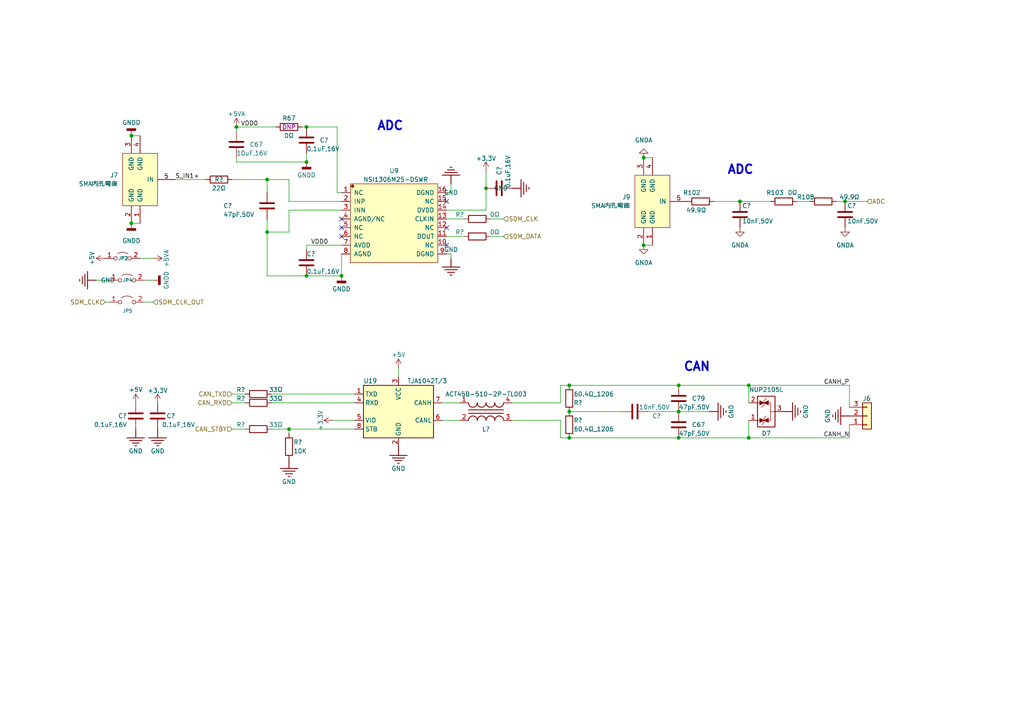
<source format=kicad_sch>
(kicad_sch (version 20230121) (generator eeschema)
  (paper "A4")
  (title_block (title "HPM5E00EVK") (rev "RevB") (comment 1 "ADC_CAN"))
  (lib_symbols
    (symbol "00_HPM_power:+3.3V" (power) (pin_names (offset 0))
      (property "Value" "+3.3V" (at 0 3.556 0))
      (symbol "+3.3V_0_1"
        (polyline (pts (xy -0.762 1.27) (xy 0 2.54)))
        (polyline (pts (xy 0 0) (xy 0 2.54)))
        (polyline (pts (xy 0 2.54) (xy 0.762 1.27)))
      )
      (symbol "+3.3V_1_1"
        (pin power_in line (at 0 0 90) (length 0) hide (name "+3.3V") (number "1"))
      )
    )
    (symbol "00_HPM_power:+5V" (power) (pin_names (offset 0))
      (property "Value" "+5V" (at 0 3.556 0))
      (symbol "+5V_0_1"
        (polyline (pts (xy -0.762 1.27) (xy 0 2.54)))
        (polyline (pts (xy 0 0) (xy 0 2.54)))
        (polyline (pts (xy 0 2.54) (xy 0.762 1.27)))
      )
      (symbol "+5V_1_1"
        (pin power_in line (at 0 0 90) (length 0) hide (name "+5V") (number "1"))
      )
    )
    (symbol "00_HPM_power:+5VA" (power) (pin_names (offset 0))
      (property "Value" "+5VA" (at 0 3.556 0))
      (symbol "+5VA_0_1"
        (polyline (pts (xy -0.762 1.27) (xy 0 2.54)))
        (polyline (pts (xy 0 0) (xy 0 2.54)))
        (polyline (pts (xy 0 2.54) (xy 0.762 1.27)))
      )
      (symbol "+5VA_1_1"
        (pin power_in line (at 0 0 90) (length 0) hide (name "+5VA") (number "1"))
      )
    )
    (symbol "00_HPM_power:GND" (power)
      (property "Value" "GND" (at 0 -6.35 0))
      (symbol "GND_0_0"
        (polyline (pts (xy -2.54 -2.54) (xy 2.54 -2.54)) (stroke (width 0.254)))
        (polyline (pts (xy -1.778 -3.302) (xy 1.778 -3.302)) (stroke (width 0.254)))
        (polyline (pts (xy -1.016 -4.064) (xy 1.016 -4.064)) (stroke (width 0.254)))
        (polyline (pts (xy -0.254 -4.826) (xy 0.254 -4.826)) (stroke (width 0.254)))
        (polyline (pts (xy 0 0) (xy 0 -2.54)) (stroke (width 0.254)))
        (pin power_in line (at 0 0 0) (length 0) hide (name "GND") (number ""))
      )
    )
    (symbol "00_HPM_power:GNDA" (power) (pin_names (offset 0))
      (property "Value" "GNDA" (at 0 -3.81 0))
      (symbol "GNDA_0_1"
        (polyline (pts (xy 0 0) (xy 0 -1.27) (xy 1.27 -1.27) (xy 0 -2.54) (xy -1.27 -1.27) (xy 0 -1.27)))
      )
      (symbol "GNDA_1_1"
        (pin power_in line (at 0 0 270) (length 0) hide (name "GNDA") (number "1"))
      )
    )
    (symbol "00_HPM_power:GNDD" (power) (pin_names (offset 0))
      (property "Value" "GNDD" (at 0 -3.175 0))
      (symbol "GNDD_0_1"
        (rectangle (start -1.27 -1.524) (end 1.27 -2.032) (stroke (width 0.254)) (fill (type outline)))
        (polyline (pts (xy 0 0) (xy 0 -1.524)))
      )
      (symbol "GNDD_1_1"
        (pin power_in line (at 0 0 270) (length 0) hide (name "GNDD") (number "1"))
      )
    )
    (symbol "01-HPM-Peripheral:Jumper_2" (pin_names (offset 0) hide)
      (property "Reference" "JP1" (at 0 0 90))
      (symbol "Jumper_2_0_0"
        (circle (center -2.032 0) (radius 0.508))
        (circle (center 2.032 0) (radius 0.508))
      )
      (symbol "Jumper_2_0_1"
        (arc (start 1.524 1.27) (mid 0 1.778) (end -1.524 1.27))
      )
      (symbol "Jumper_2_1_1"
        (pin passive line (at -5.08 0 0) (length 2.54) (name "A") (number "1"))
        (pin passive line (at 5.08 0 180) (length 2.54) (name "B") (number "2"))
      )
    )
    (symbol "02_HPM_Resistor:0Ω_0402" (pin_numbers hide) (pin_names (offset 0))
      (property "Reference" "R" (at 0 5.08 0))
      (property "Value" "0Ω" (at 0 8.89 0))
      (symbol "0Ω_0402_0_1"
        (rectangle (start 2.54 -1.016) (end -2.54 1.016) (stroke (width 0.254)))
      )
      (symbol "0Ω_0402_1_1"
        (pin passive line (at -3.81 0 0) (length 1.27) (name "~") (number "1"))
        (pin passive line (at 3.81 0 180) (length 1.27) (name "~") (number "2"))
      )
    )
    (symbol "02_HPM_Resistor:0Ω_0603" (pin_numbers hide) (pin_names (offset 0))
      (property "Reference" "R" (at 0 5.08 0))
      (property "Value" "0Ω" (at 1.27 7.62 0))
      (symbol "0Ω_0603_0_1"
        (rectangle (start 2.54 -1.016) (end -2.54 1.016) (stroke (width 0.254)))
      )
      (symbol "0Ω_0603_1_1"
        (pin passive line (at -3.81 0 0) (length 1.27) (name "~") (number "1"))
        (pin passive line (at 3.81 0 180) (length 1.27) (name "~") (number "2"))
      )
    )
    (symbol "02_HPM_Resistor:10K_0402" (pin_numbers hide) (pin_names (offset 0))
      (property "Reference" "R" (at 0 3.81 0))
      (property "Value" "10K" (at 0 6.35 0))
      (symbol "10K_0402_0_1"
        (rectangle (start 2.54 -1.016) (end -2.54 1.016) (stroke (width 0.254)))
      )
      (symbol "10K_0402_1_1"
        (pin passive line (at -3.81 0 0) (length 1.27) (name "~") (number "1"))
        (pin passive line (at 3.81 0 180) (length 1.27) (name "~") (number "2"))
      )
    )
    (symbol "02_HPM_Resistor:22Ω_0402" (pin_numbers hide) (pin_names (offset 0))
      (property "Reference" "R" (at 0 3.81 0))
      (property "Value" "22Ω" (at 0 6.35 0))
      (symbol "22Ω_0402_0_1"
        (rectangle (start 2.54 -1.016) (end -2.54 1.016) (stroke (width 0.254)))
      )
      (symbol "22Ω_0402_1_1"
        (pin passive line (at -3.81 0 0) (length 1.27) (name "~") (number "1"))
        (pin passive line (at 3.81 0 180) (length 1.27) (name "~") (number "2"))
      )
    )
    (symbol "02_HPM_Resistor:33Ω_0402" (pin_numbers hide) (pin_names (offset 0))
      (property "Reference" "R" (at 0 3.81 0))
      (property "Value" "33Ω" (at 0 6.35 0))
      (symbol "33Ω_0402_0_1"
        (rectangle (start 2.54 -1.016) (end -2.54 1.016) (stroke (width 0.254)))
      )
      (symbol "33Ω_0402_1_1"
        (pin passive line (at -3.81 0 0) (length 1.27) (name "~") (number "1"))
        (pin passive line (at 3.81 0 180) (length 1.27) (name "~") (number "2"))
      )
    )
    (symbol "02_HPM_Resistor:49.9Ω_0402" (pin_numbers hide) (pin_names (offset 0))
      (property "Reference" "R" (at 0 5.08 0))
      (property "Value" "49.9Ω" (at 0 8.89 0))
      (symbol "49.9Ω_0402_0_1"
        (rectangle (start -2.54 1.016) (end 2.54 -1.016) (stroke (width 0.254)))
      )
      (symbol "49.9Ω_0402_1_1"
        (pin passive line (at -3.81 0 0) (length 1.27) (name "~") (number "1"))
        (pin passive line (at 3.81 0 180) (length 1.27) (name "~") (number "2"))
      )
    )
    (symbol "02_HPM_Resistor:60.4Ω_1206" (pin_numbers hide) (pin_names (offset 0))
      (property "Reference" "R" (at 0 2.54 0))
      (property "Value" "60.4Ω" (at -5.08 6.35 0))
      (symbol "60.4Ω_1206_0_1"
        (rectangle (start 2.54 -1.016) (end -2.54 1.016) (stroke (width 0.254)))
      )
      (symbol "60.4Ω_1206_1_1"
        (pin passive line (at -3.81 0 0) (length 1.27) (name "~") (number "1"))
        (pin passive line (at 3.81 0 180) (length 1.27) (name "~") (number "2"))
      )
    )
    (symbol "03_HPM_Capacitance:0.1uF,16V_0402" (pin_numbers hide) (pin_names (offset 0.254))
      (property "Reference" "C" (at -1.27 10.16 0))
      (property "Value" "0.1uF,16V" (at -5.08 12.7 0))
      (symbol "0.1uF,16V_0402_0_1"
        (polyline (pts (xy -2.032 -0.762) (xy 2.032 -0.762)) (stroke (width 0.508)))
        (polyline (pts (xy -2.032 0.762) (xy 2.032 0.762)) (stroke (width 0.508)))
      )
      (symbol "0.1uF,16V_0402_1_1"
        (pin passive line (at 0 3.81 270) (length 2.794) (name "~") (number "1"))
        (pin passive line (at 0 -3.81 90) (length 2.794) (name "~") (number "2"))
      )
    )
    (symbol "03_HPM_Capacitance:10nF,50V_0402" (pin_numbers hide) (pin_names (offset 0.254))
      (property "Reference" "C" (at -3.81 13.97 0))
      (property "Value" "10nF,50V" (at -3.81 8.89 0))
      (symbol "10nF,50V_0402_0_1"
        (polyline (pts (xy -2.032 -0.762) (xy 2.032 -0.762)) (stroke (width 0.508)))
        (polyline (pts (xy -2.032 0.762) (xy 2.032 0.762)) (stroke (width 0.508)))
      )
      (symbol "10nF,50V_0402_1_1"
        (pin passive line (at 0 3.81 270) (length 2.794) (name "~") (number "1"))
        (pin passive line (at 0 -3.81 90) (length 2.794) (name "~") (number "2"))
      )
    )
    (symbol "03_HPM_Capacitance:10uF,16V_0603" (pin_numbers hide) (pin_names (offset 0.254))
      (property "Reference" "C" (at 0.635 2.54 0))
      (property "Value" "10uF,16V" (at 0.635 -2.54 0))
      (symbol "10uF,16V_0603_0_1"
        (polyline (pts (xy -2.032 -0.762) (xy 2.032 -0.762)) (stroke (width 0.508)))
        (polyline (pts (xy -2.032 0.762) (xy 2.032 0.762)) (stroke (width 0.508)))
      )
      (symbol "10uF,16V_0603_1_1"
        (pin passive line (at 0 3.81 270) (length 2.794) (name "~") (number "1"))
        (pin passive line (at 0 -3.81 90) (length 2.794) (name "~") (number "2"))
      )
    )
    (symbol "03_HPM_Capacitance:47pF,50V_0402" (pin_numbers hide) (pin_names (offset 0.254))
      (property "Reference" "C" (at 0 2.54 0))
      (property "Value" "47pF,50V" (at 0 -2.54 0))
      (symbol "47pF,50V_0402_0_1"
        (polyline (pts (xy -2.032 -0.762) (xy 2.032 -0.762)) (stroke (width 0.508)))
        (polyline (pts (xy -2.032 0.762) (xy 2.032 0.762)) (stroke (width 0.508)))
      )
      (symbol "47pF,50V_0402_1_1"
        (pin passive line (at 0 3.81 270) (length 2.794) (name "~") (number "1"))
        (pin passive line (at 0 -3.81 90) (length 2.794) (name "~") (number "2"))
      )
    )
    (symbol "05_HPM_Connector_KF2EDGR:KF2EDGR_3.81_3P" (pin_names (offset 1.016) hide)
      (property "Reference" "J" (at -1.27 1.27 0))
      (symbol "KF2EDGR_3.81_3P_1_1"
        (rectangle (start 0 -6.223) (end 1.27 -6.477) (stroke (width 0.1524)))
        (rectangle (start 0 -3.683) (end 1.27 -3.937) (stroke (width 0.1524)))
        (rectangle (start 0 -1.143) (end 1.27 -1.397) (stroke (width 0.1524)))
        (rectangle (start 0 0) (end 2.54 -7.62) (stroke (width 0.254)) (fill (type background)))
        (pin passive line (at -3.81 -1.27 0) (length 3.81) (name "Pin_1") (number "1"))
        (pin passive line (at -3.81 -3.81 0) (length 3.81) (name "Pin_2") (number "2"))
        (pin passive line (at -3.81 -6.35 0) (length 3.81) (name "Pin_3") (number "3"))
      )
    )
    (symbol "05_HPM_Connector_Other:SMA内孔弯座" (pin_names (offset 1.016))
      (property "Reference" "J" (at 3.81 6.35 0))
      (property "Value" "SMA内孔弯座" (at 5.08 -6.35 0))
      (symbol "SMA内孔弯座_1_1"
        (rectangle (start -7.62 -5.08) (end 7.62 5.08) (fill (type background)))
        (pin input line (at -12.7 0 0) (length 5.08) (name "GND") (number "1"))
        (pin input line (at -12.7 2.54 0) (length 5.08) (name "GND") (number "2"))
        (pin input line (at 12.7 2.54 180) (length 5.08) (name "GND") (number "3"))
        (pin input line (at 12.7 0 180) (length 5.08) (name "GND") (number "4"))
        (pin input line (at 0 -10.16 90) (length 5.08) (name "IN") (number "5"))
      )
    )
    (symbol "06_HPM_Function_IC:NSI1306M25-DSWR" (pin_names (offset 1.016))
      (property "Reference" "U" (at 0 15.875 0))
      (property "Value" " NSI1306M25-DSWR" (at 0 13.335 0))
      (symbol "NSI1306M25-DSWR_1_1"
        (rectangle (start -12.7 11.43) (end 12.7 -11.43) (stroke (width 0.1524)) (fill (type background)))
        (circle (center -12.065 10.795) (radius 0.381) (stroke (width 0.1524)) (fill (type outline)))
        (pin input line (at -15.24 8.89 0) (length 2.54) (name "NC") (number "1"))
        (pin input line (at 15.24 -6.35 180) (length 2.54) (name "NC") (number "10"))
        (pin input line (at 15.24 -3.81 180) (length 2.54) (name "DOUT") (number "11"))
        (pin input line (at 15.24 -1.27 180) (length 2.54) (name "NC") (number "12"))
        (pin input line (at 15.24 1.27 180) (length 2.54) (name "CLKIN") (number "13"))
        (pin input line (at 15.24 3.81 180) (length 2.54) (name "DVDD") (number "14"))
        (pin input line (at 15.24 6.35 180) (length 2.54) (name "NC") (number "15"))
        (pin input line (at 15.24 8.89 180) (length 2.54) (name "DGND") (number "16"))
        (pin input line (at -15.24 6.35 0) (length 2.54) (name "INP") (number "2"))
        (pin input line (at -15.24 3.81 0) (length 2.54) (name "INN") (number "3"))
        (pin input line (at -15.24 1.27 0) (length 2.54) (name "AGND/NC") (number "4"))
        (pin input line (at -15.24 -1.27 0) (length 2.54) (name "NC") (number "5"))
        (pin input line (at -15.24 -3.81 0) (length 2.54) (name "NC") (number "6"))
        (pin input line (at -15.24 -6.35 0) (length 2.54) (name "AVDD") (number "7"))
        (pin input line (at -15.24 -8.89 0) (length 2.54) (name "AGND") (number "8"))
        (pin input line (at 15.24 -8.89 180) (length 2.54) (name "DGND") (number "9"))
      )
    )
    (symbol "06_HPM_Function_IC:TJA1042T/3"
      (property "Reference" "U" (at -10.16 8.89 0))
      (property "Value" "TJA1042T{slash}3" (at 1.27 -8.89 0))
      (symbol "TJA1042T/3_0_1"
        (rectangle (start -10.16 7.62) (end 10.16 -7.62) (stroke (width 0.254)) (fill (type background)))
      )
      (symbol "TJA1042T/3_1_1"
        (pin input line (at -12.7 5.08 0) (length 2.54) (name "TXD") (number "1"))
        (pin power_in line (at 0 -10.16 90) (length 2.54) (name "GND") (number "2"))
        (pin power_in line (at 0 10.16 270) (length 2.54) (name "VCC") (number "3"))
        (pin output line (at -12.7 2.54 0) (length 2.54) (name "RXD") (number "4"))
        (pin power_in line (at -12.7 -2.54 0) (length 2.54) (name "VIO") (number "5"))
        (pin bidirectional line (at 12.7 -2.54 180) (length 2.54) (name "CANL") (number "6"))
        (pin bidirectional line (at 12.7 2.54 180) (length 2.54) (name "CANH") (number "7"))
        (pin input line (at -12.7 -5.08 0) (length 2.54) (name "STB") (number "8"))
      )
    )
    (symbol "07_HPM_Inductance:ACT45B-510-2P-TL003"
      (property "Reference" "L" (at 8.89 -1.27 0))
      (property "Value" "ACT45B-510-2P-TL003" (at 8.89 -9.525 0))
      (symbol "ACT45B-510-2P-TL003_1_0"
        (polyline (pts (xy 3.81 -5.588) (xy 13.97 -5.588)) (stroke (width 0.254)))
        (polyline (pts (xy 3.81 -4.572) (xy 13.97 -4.572)) (stroke (width 0.254)))
        (arc (start 3.81 -2.54) (mid 5.08 -3.8045) (end 6.35 -2.54) (stroke (width 0.254)))
        (arc (start 6.35 -7.62) (mid 5.08 -6.3555) (end 3.81 -7.62) (stroke (width 0.254)))
        (arc (start 6.35 -2.54) (mid 7.62 -3.8045) (end 8.89 -2.54) (stroke (width 0.254)))
        (arc (start 8.89 -7.62) (mid 7.62 -6.3555) (end 6.35 -7.62) (stroke (width 0.254)))
        (arc (start 8.89 -2.54) (mid 10.16 -3.8045) (end 11.43 -2.54) (stroke (width 0.254)))
        (arc (start 11.43 -7.62) (mid 10.16 -6.3555) (end 8.89 -7.62) (stroke (width 0.254)))
        (arc (start 11.43 -2.54) (mid 12.7 -3.8045) (end 13.97 -2.54) (stroke (width 0.254)))
        (arc (start 13.97 -7.62) (mid 12.7 -6.3555) (end 11.43 -7.62) (stroke (width 0.254)))
        (pin passive line (at 1.27 -7.62 0) (length 2.54) (name "") (number "1"))
        (pin passive line (at 1.27 -2.54 0) (length 2.54) (name "2") (number "2"))
        (pin passive line (at 16.51 -2.54 180) (length 2.54) (name "") (number "3"))
        (pin passive line (at 16.51 -7.62 180) (length 2.54) (name "4") (number "4"))
      )
    )
    (symbol "NUP2105L_1" (pin_names hide)
      (property "Reference" "D" (at 0 10.16 0))
      (property "Value" "NUP2105L" (at 0 12.7 0))
      (symbol "NUP2105L_1_0_0"
        (pin passive line (at 0 -5.08 90) (length 2.54) (name "A") (number "3"))
      )
      (symbol "NUP2105L_1_0_1"
        (polyline (pts (xy -2.54 2.54) (xy -2.54 0.635)))
        (polyline (pts (xy 0 -1.27) (xy 0 -2.54)))
        (polyline (pts (xy 2.54 2.54) (xy 2.54 0.635)))
        (polyline (pts (xy -3.81 1.27) (xy -3.175 0.635) (xy -1.905 0.635) (xy -1.27 0)))
        (polyline (pts (xy -2.54 0.635) (xy -2.54 -1.27) (xy 2.54 -1.27) (xy 2.54 0.635)))
        (polyline (pts (xy 1.27 1.27) (xy 1.905 0.635) (xy 2.54 0.635) (xy 3.175 0.635) (xy 3.81 0)))
      )
      (symbol "NUP2105L_1_1_1"
        (rectangle (start -4.445 2.54) (end 4.445 -2.54) (stroke (width 0.254)))
        (polyline (pts (xy -2.54 0.635) (xy -1.905 -0.635) (xy -3.175 -0.635) (xy -2.54 0.635)) (fill (type color) (color 132 0 0 1)))
        (polyline (pts (xy 2.54 0.635) (xy 1.905 -0.635) (xy 3.175 -0.635) (xy 2.54 0.635)) (fill (type color) (color 132 0 0 1)))
        (polyline (pts (xy 2.54 0.635) (xy 3.175 1.905) (xy 1.905 1.905) (xy 2.54 0.635)) (fill (type color) (color 132 0 0 1)))
        (polyline (pts (xy -2.54 0.635) (xy -3.175 1.905) (xy -1.905 1.905) (xy -2.54 0.635) (xy -2.54 1.27)) (fill (type color) (color 132 0 0 1)))
        (pin passive line (at -2.54 5.08 270) (length 2.54) (name "K") (number "1"))
        (pin passive line (at 2.54 5.08 270) (length 2.54) (name "K") (number "2"))
      )
    )
  )
  (junction (at 99.06 80.01))
  (junction (at 77.47 67.31))
  (junction (at 245.11 58.42))
  (junction (at 217.17 127))
  (junction (at 88.9 36.83))
  (junction (at 217.17 111.76))
  (junction (at 83.82 124.46))
  (junction (at 196.85 127))
  (junction (at 165.1 111.76))
  (junction (at 77.47 52.07))
  (junction (at 214.63 58.42))
  (junction (at 165.1 127))
  (junction (at 140.97 54.61))
  (junction (at 165.1 119.38))
  (junction (at 38.1 64.77))
  (junction (at 38.1 39.37))
  (junction (at 196.85 111.76))
  (junction (at 88.9 80.01))
  (junction (at 88.9 46.99))
  (junction (at 68.58 36.83))
  (junction (at 186.69 45.72))
  (junction (at 186.69 71.12))
  (junction (at 196.85 119.38))
  (no_connect (at 99.06 63.5))
  (no_connect (at 129.54 58.42))
  (no_connect (at 129.54 71.12))
  (no_connect (at 99.06 68.58))
  (no_connect (at 99.06 66.04))
  (no_connect (at 129.54 66.04))
  (wire (pts (xy 88.9 46.99) (xy 88.9 44.45)))
  (wire (pts (xy 129.54 60.96) (xy 140.97 60.96)))
  (wire (pts (xy 38.1 39.37) (xy 40.64 39.37)))
  (wire (pts (xy 129.54 63.5) (xy 134.62 63.5)))
  (wire (pts (xy 162.56 127) (xy 165.1 127)))
  (wire (pts (xy 186.69 71.12) (xy 189.23 71.12)))
  (wire (pts (xy 77.47 52.07) (xy 83.82 52.07)))
  (wire (pts (xy 99.06 73.66) (xy 99.06 80.01)))
  (wire (pts (xy 133.35 116.84) (xy 128.27 116.84)))
  (wire (pts (xy 180.34 119.38) (xy 165.1 119.38)))
  (wire (pts (xy 186.69 45.72) (xy 189.23 45.72)))
  (wire (pts (xy 88.9 71.12) (xy 99.06 71.12)))
  (wire (pts (xy 217.17 111.76) (xy 246.38 111.76)))
  (wire (pts (xy 217.17 127) (xy 246.38 127)))
  (wire (pts (xy 88.9 80.01) (xy 99.06 80.01)))
  (wire (pts (xy 162.56 111.76) (xy 165.1 111.76)))
  (wire (pts (xy 88.9 72.39) (xy 88.9 71.12)))
  (wire (pts (xy 87.63 36.83) (xy 88.9 36.83)))
  (wire (pts (xy 217.17 127) (xy 217.17 121.92)))
  (wire (pts (xy 41.91 81.28) (xy 44.45 81.28)))
  (wire (pts (xy 129.54 73.66) (xy 130.81 73.66)))
  (wire (pts (xy 77.47 80.01) (xy 88.9 80.01)))
  (wire (pts (xy 40.64 74.93) (xy 44.45 74.93)))
  (wire (pts (xy 214.63 58.42) (xy 207.01 58.42)))
  (wire (pts (xy 133.35 121.92) (xy 128.27 121.92)))
  (wire (pts (xy 67.31 114.3) (xy 71.12 114.3)))
  (wire (pts (xy 88.9 36.83) (xy 97.79 36.83)))
  (wire (pts (xy 246.38 118.11) (xy 246.38 111.76)))
  (wire (pts (xy 130.81 73.66) (xy 130.81 74.93)))
  (wire (pts (xy 30.48 87.63) (xy 31.75 87.63)))
  (wire (pts (xy 97.79 55.88) (xy 97.79 36.83)))
  (wire (pts (xy 217.17 111.76) (xy 217.17 116.84)))
  (wire (pts (xy 242.57 58.42) (xy 245.11 58.42)))
  (wire (pts (xy 99.06 60.96) (xy 83.82 60.96)))
  (wire (pts (xy 196.85 111.76) (xy 217.17 111.76)))
  (wire (pts (xy 129.54 55.88) (xy 130.81 55.88)))
  (wire (pts (xy 115.57 106.68) (xy 115.57 109.22)))
  (wire (pts (xy 129.54 68.58) (xy 134.62 68.58)))
  (wire (pts (xy 246.38 123.19) (xy 246.38 127)))
  (wire (pts (xy 67.31 116.84) (xy 71.12 116.84)))
  (wire (pts (xy 231.14 58.42) (xy 234.95 58.42)))
  (wire (pts (xy 68.58 45.72) (xy 68.58 46.99)))
  (wire (pts (xy 142.24 68.58) (xy 146.05 68.58)))
  (wire (pts (xy 245.11 58.42) (xy 251.46 58.42)))
  (wire (pts (xy 196.85 119.38) (xy 205.74 119.38)))
  (wire (pts (xy 162.56 121.92) (xy 162.56 127)))
  (wire (pts (xy 27.94 81.28) (xy 31.75 81.28)))
  (wire (pts (xy 83.82 124.46) (xy 102.87 124.46)))
  (wire (pts (xy 77.47 63.5) (xy 77.47 67.31)))
  (wire (pts (xy 68.58 36.83) (xy 68.58 38.1)))
  (wire (pts (xy 78.74 116.84) (xy 102.87 116.84)))
  (wire (pts (xy 140.97 54.61) (xy 140.97 60.96)))
  (wire (pts (xy 83.82 124.46) (xy 83.82 125.73)))
  (wire (pts (xy 162.56 116.84) (xy 162.56 111.76)))
  (wire (pts (xy 38.1 64.77) (xy 40.64 64.77)))
  (wire (pts (xy 50.8 52.07) (xy 59.69 52.07)))
  (wire (pts (xy 68.58 36.83) (xy 80.01 36.83)))
  (wire (pts (xy 67.31 124.46) (xy 71.12 124.46)))
  (wire (pts (xy 148.59 116.84) (xy 162.56 116.84)))
  (wire (pts (xy 140.97 49.53) (xy 140.97 54.61)))
  (wire (pts (xy 148.59 121.92) (xy 162.56 121.92)))
  (wire (pts (xy 68.58 46.99) (xy 88.9 46.99)))
  (wire (pts (xy 165.1 127) (xy 196.85 127)))
  (wire (pts (xy 214.63 58.42) (xy 223.52 58.42)))
  (wire (pts (xy 77.47 52.07) (xy 77.47 55.88)))
  (wire (pts (xy 187.96 119.38) (xy 196.85 119.38)))
  (wire (pts (xy 78.74 124.46) (xy 83.82 124.46)))
  (wire (pts (xy 78.74 114.3) (xy 102.87 114.3)))
  (wire (pts (xy 196.85 127) (xy 217.17 127)))
  (wire (pts (xy 77.47 67.31) (xy 83.82 67.31)))
  (wire (pts (xy 77.47 67.31) (xy 77.47 80.01)))
  (wire (pts (xy 130.81 55.88) (xy 130.81 53.34)))
  (wire (pts (xy 44.45 87.63) (xy 41.91 87.63)))
  (wire (pts (xy 165.1 111.76) (xy 196.85 111.76)))
  (wire (pts (xy 83.82 60.96) (xy 83.82 67.31)))
  (wire (pts (xy 142.24 63.5) (xy 146.05 63.5)))
  (wire (pts (xy 99.06 55.88) (xy 97.79 55.88)))
  (wire (pts (xy 77.47 52.07) (xy 67.31 52.07)))
  (wire (pts (xy 99.06 58.42) (xy 83.82 58.42)))
  (wire (pts (xy 96.52 121.92) (xy 102.87 121.92)))
  (wire (pts (xy 83.82 58.42) (xy 83.82 52.07)))
  (text "ADC" (at 210.82 50.8 0) (effects (font (size 2.54 2.54) (thickness 0.508) bold) (justify left bottom)))
  (text "CAN" (at 198.12 107.95 0) (effects (font (size 2.54 2.54) (thickness 0.508) bold) (justify left bottom)))
  (text "ADC" (at 109.22 38.1 0) (effects (font (size 2.54 2.54) (thickness 0.508) bold) (justify left bottom)))
  (label "CANH_N" (at 246.38 127 180))
  (label "VDD0" (at 69.85 36.83 0))
  (label "S_IN1+" (at 50.8 52.07 0))
  (label "VDD0" (at 90.17 71.12 0))
  (label "CANH_P" (at 246.38 111.76 180))
  (hierarchical_label "SDM_DATA" (shape input) (at 146.05 68.58 0))
  (hierarchical_label "ADC" (shape input) (at 251.46 58.42 0))
  (hierarchical_label "SDM_CLK" (shape input) (at 146.05 63.5 0))
  (hierarchical_label "SDM_CLK" (shape input) (at 30.48 87.63 180))
  (hierarchical_label "SDM_CLK_OUT" (shape input) (at 44.45 87.63 0))
  (hierarchical_label "CAN_RXD" (shape input) (at 67.31 116.84 180))
  (hierarchical_label "CAN_TXD" (shape input) (at 67.31 114.3 180))
  (hierarchical_label "CAN_STBY" (shape input) (at 67.31 124.46 180))
  (symbol (lib_id "00_HPM_power:GNDD") (at 99.06 80.01 0) (unit 1)
    (property "Reference" "#PWR0104" (effects hide))
    (property "Value" "GNDD" (at 99.06 83.82 0))
    (instances (project "HPM5E00EVKRevC" (path "" (reference "#PWR0104") (unit 1)) (path "" (reference "#PWR093") (unit 1))))
  )
  (symbol (lib_id "00_HPM_power:GND") (at 45.72 124.46 0) (unit 1)
    (property "Reference" "#PWR?" (effects hide))
    (property "Value" "GND" (at 45.72 130.81 0))
    (instances (project "HPM5300-COMM" (path "" (reference "#PWR?") (unit 1))) (project "HPM5E00EVKRevC" (path "" (reference "#PWR0235") (unit 1)) (path "" (reference "#PWR0287") (unit 1)) (path "" (reference "#PWR085") (unit 1)) (path "" (reference "#PWR0132") (unit 1))) (project "HPM5300 EVK REVC" (path "" (reference "#PWR?") (unit 1))))
  )
  (symbol (lib_id "03_HPM_Capacitance:0.1uF,16V_0402") (at 45.72 120.65 0) (unit 1)
    (property "Reference" "C?" (at 48.26 120.65 0) (effects (justify left)))
    (property "Value" "0.1uF,16V" (at 46.99 123.19 0) (effects (justify left)))
    (property "Footprint" "03_HPM_Capacitance:C_0402_1005Metric" (effects hide))
    (property "Model" "CL05B104KO5NNNC" (effects hide))
    (property "Company" "SAMSUNG(三星)" (effects hide))
    (instances (project "HPM5300-COMM" (path "" (reference "C?") (unit 1))) (project "HPM5E00EVKRevC" (path "" (reference "C172") (unit 1)) (path "" (reference "C181") (unit 1)) (path "" (reference "C56") (unit 1)) (path "" (reference "C95") (unit 1))) (project "HPM5300 EVK REVC" (path "" (reference "C?") (unit 1))))
  )
  (symbol (lib_id "03_HPM_Capacitance:0.1uF,16V_0402") (at 88.9 76.2 0) (unit 1)
    (property "Reference" "C?" (at 88.9 73.66 0) (effects (justify left)))
    (property "Value" "0.1uF,16V" (at 88.9 78.74 0) (effects (justify left)))
    (property "Footprint" "03_HPM_Capacitance:C_0402_1005Metric" (effects hide))
    (property "Model" "CL05B104KO5NNNC" (effects hide))
    (property "Company" "SAMSUNG(三星)" (effects hide))
    (instances (project "HPM6600 SKT Board BGA289_BDIF_BASIC REVA" (path "" (reference "C?") (unit 1))) (project "HPM5E00EVKRevC" (path "" (reference "C87") (unit 1)) (path "" (reference "C59") (unit 1))))
  )
  (symbol (lib_id "06_HPM_Function_IC:TJA1042T/3") (at 115.57 119.38 0) (unit 1)
    (property "Reference" "U19" (at 105.41 110.49 0) (effects (justify left)))
    (property "Value" "TJA1042T/3" (at 118.11 110.49 0) (effects (justify left)))
    (property "Footprint" "06_HPM_SO:SOIC-8" (effects hide))
    (property "Model" "TJA1042T/3" (effects hide))
    (property "Company" " NXP(恩智浦)" (effects hide))
    (instances (project "HPM5E00EVKRevC" (path "" (reference "U19") (unit 1)) (path "" (reference "U21") (unit 1)) (path "" (reference "U3") (unit 1)) (path "" (reference "U17") (unit 1))))
  )
  (symbol (lib_id "03_HPM_Capacitance:47pF,50V_0402") (at 77.47 59.69 0) (unit 1)
    (property "Reference" "C?" (at 64.77 59.69 0) (effects (justify left)))
    (property "Value" "47pF,50V" (at 64.77 62.23 0) (effects (justify left)))
    (property "Footprint" "03_HPM_Capacitance:C_0402_1005Metric" (effects hide))
    (property "Model" " CC0402JRNPO9BN470" (effects hide))
    (property "Company" "YAGEO(国巨)" (effects hide))
    (instances (project "HPM6600 SKT Board BGA289_BDIF_BASIC REVA" (path "" (reference "C?") (unit 1))) (project "HPM5E00EVKRevC" (path "" (reference "C86") (unit 1)) (path "" (reference "C58") (unit 1))))
  )
  (symbol (lib_id "02_HPM_Resistor:60.4Ω_1206") (at 165.1 115.57 90) (unit 1)
    (property "Reference" "R?" (at 166.37 116.84 90) (effects (justify right)))
    (property "Value" "60.4Ω_1206" (at 166.37 114.3 90) (effects (justify right)))
    (property "Footprint" "02_HPM_Resistor:R_1206_3216Metric" (effects hide))
    (property "Model" "1206W4F604JT5E" (effects hide))
    (property "Company" "UNI-ROYAL(厚声)" (effects hide))
    (instances (project "HPM5300-COMM" (path "" (reference "R?") (unit 1))) (project "HPM5E00EVKRevC" (path "" (reference "R59") (unit 1)) (path "" (reference "R220") (unit 1)) (path "" (reference "R6") (unit 1)) (path "" (reference "R53") (unit 1))) (project "HPM5300 EVK REVC" (path "" (reference "R?") (unit 1))))
  )
  (symbol (lib_id "00_HPM_power:GND") (at 39.37 124.46 0) (unit 1)
    (property "Reference" "#PWR?" (effects hide))
    (property "Value" "GND" (at 39.37 130.81 0))
    (instances (project "HPM5300-COMM" (path "" (reference "#PWR?") (unit 1))) (project "HPM5E00EVKRevC" (path "" (reference "#PWR0240") (unit 1)) (path "" (reference "#PWR0279") (unit 1)) (path "" (reference "#PWR020") (unit 1)) (path "" (reference "#PWR0100") (unit 1))) (project "HPM5300 EVK REVC" (path "" (reference "#PWR?") (unit 1))))
  )
  (symbol (lib_id "00_HPM_power:GND") (at 83.82 133.35 0) (unit 1)
    (property "Reference" "#PWR?" (effects hide))
    (property "Value" "GND" (at 83.82 139.7 0))
    (instances (project "HPM5300-COMM" (path "" (reference "#PWR?") (unit 1))) (project "HPM5E00EVKRevC" (path "" (reference "#PWR0237") (unit 1)) (path "" (reference "#PWR0286") (unit 1)) (path "" (reference "#PWR084") (unit 1)) (path "" (reference "#PWR0150") (unit 1))) (project "HPM5300 EVK REVC" (path "" (reference "#PWR?") (unit 1))))
  )
  (symbol (lib_id "00_HPM_power:GND") (at 246.38 120.65 270) (unit 1)
    (property "Reference" "#PWR0297" (effects hide))
    (property "Value" "GND" (at 240.03 120.65 0))
    (instances (project "HPM5E00EVKRevC" (path "" (reference "#PWR0297") (unit 1)) (path "" (reference "#PWR0282") (unit 1)) (path "" (reference "#PWR080") (unit 1)) (path "" (reference "#PWR0104") (unit 1))) (project "HPM5300 EVK REVC" (path "" (reference "#PWR?") (unit 1))))
  )
  (symbol (lib_id "00_HPM_power:GNDD") (at 38.1 39.37 180) (unit 1)
    (property "Reference" "#PWR069" (effects hide))
    (property "Value" "GNDD" (at 38.1 35.56 0))
    (instances (project "HPM5E00EVKRevC" (path "" (reference "#PWR069") (unit 1)) (path "" (reference "#PWR023") (unit 1))))
  )
  (symbol (lib_id "02_HPM_Resistor:33Ω_0402") (at 74.93 124.46 0) (unit 1)
    (property "Reference" "R?" (at 69.85 123.19 0))
    (property "Value" "33Ω" (at 80.01 123.19 0))
    (property "Footprint" "02_HPM_Resistor:R_0402_1005Metric" (effects hide))
    (property "Model" "0402WGF330JTCE" (effects hide))
    (property "Company" "UNI-ROYAL(厚声)" (effects hide))
    (instances (project "HPM5E00EVKRevC" (path "" (reference "R?") (unit 1)) (path "" (reference "R45") (unit 1)) (path "" (reference "R63") (unit 1)) (path "" (reference "R3") (unit 1)) (path "" (reference "R73") (unit 1))) (project "HPM6880_EVK_RevA" (path "" (reference "R?") (unit 1))))
  )
  (symbol (lib_id "02_HPM_Resistor:60.4Ω_1206") (at 165.1 123.19 90) (unit 1)
    (property "Reference" "R?" (at 166.37 121.92 90) (effects (justify right)))
    (property "Value" "60.4Ω_1206" (at 166.37 124.46 90) (effects (justify right)))
    (property "Footprint" "02_HPM_Resistor:R_1206_3216Metric" (effects hide))
    (property "Model" "1206W4F604JT5E" (effects hide))
    (property "Company" "UNI-ROYAL(厚声)" (effects hide))
    (instances (project "HPM5300-COMM" (path "" (reference "R?") (unit 1))) (project "HPM5E00EVKRevC" (path "" (reference "R60") (unit 1)) (path "" (reference "R222") (unit 1)) (path "" (reference "R44") (unit 1)) (path "" (reference "R67") (unit 1))) (project "HPM5300 EVK REVC" (path "" (reference "R?") (unit 1))))
  )
  (symbol (lib_id "02_HPM_Resistor:33Ω_0402") (at 74.93 114.3 0) (unit 1)
    (property "Reference" "R?" (at 69.85 113.03 0))
    (property "Value" "33Ω" (at 80.01 113.03 0))
    (property "Footprint" "02_HPM_Resistor:R_0402_1005Metric" (effects hide))
    (property "Model" "0402WGF330JTCE" (effects hide))
    (property "Company" "UNI-ROYAL(厚声)" (effects hide))
    (instances (project "HPM5E00EVKRevC" (path "" (reference "R?") (unit 1)) (path "" (reference "R5") (unit 1)) (path "" (reference "R6") (unit 1)) (path "" (reference "R3") (unit 1)) (path "" (reference "R52") (unit 1))) (project "HPM6880_EVK_RevA" (path "" (reference "R?") (unit 1))))
  )
  (symbol (lib_id "02_HPM_Resistor:0Ω_0402") (at 227.33 58.42 0) (unit 1)
    (property "Reference" "R103" (at 224.79 55.88 0))
    (property "Value" "0Ω" (at 229.87 55.88 0))
    (property "Footprint" "02_HPM_Resistor:R_0402_1005Metric" (effects hide))
    (property "Model" "RC0402JR-070RL" (effects hide))
    (property "Company" "YAGEO(国巨)" (effects hide))
    (instances (project "HPM5E00EVKRevC" (path "" (reference "R103") (unit 1)) (path "" (reference "R61") (unit 1))))
  )
  (symbol (lib_id "02_HPM_Resistor:0Ω_0603") (at 83.82 36.83 0) (unit 1)
    (property "Reference" "R67" (at 83.82 34.29 0))
    (property "Value" "0Ω" (at 83.82 39.37 0))
    (property "Footprint" "02_HPM_Resistor:R_0603_1608Metric" (effects hide))
    (property "Model" "0603WAF0000T5E" (effects hide))
    (property "Company" "UNI-ROYAL(厚声)" (effects hide))
    (property "ASSY_OPT" "DNP" (at 83.82 36.83 0))
    (instances (project "HPM5E00EVKRevC" (path "" (reference "R67") (unit 1)) (path "" (reference "R5") (unit 1))))
  )
  (symbol (lib_id "05_HPM_Connector_Other:SMA内孔弯座") (at 189.23 58.42 90) (unit 1)
    (property "Reference" "J9" (at 182.88 57.15 90) (effects (justify left)))
    (property "Value" "SMA内孔弯座" (at 182.88 59.69 90) (effects (justify left)))
    (property "Footprint" "05_HPM_Connector_other:SMA-弯座" (effects hide))
    (property "Model" "KH-SMA-K513-G" (effects hide))
    (property "Company" " kinghelm(金航标)" (effects hide))
    (instances (project "HPM5E00EVKRevC" (path "" (reference "J9") (unit 1)) (path "" (reference "J5") (unit 1))))
  )
  (symbol (lib_id "00_HPM_power:+5VA") (at 68.58 36.83 0) (unit 1)
    (property "Reference" "#PWR016" (effects hide))
    (property "Value" "+5VA" (at 68.58 33.02 0))
    (instances (project "HPM5E00EVKRevC" (path "" (reference "#PWR016") (unit 1)) (path "" (reference "#PWR020") (unit 1))))
  )
  (symbol (lib_id "01-HPM-Peripheral:Jumper_2") (at 36.83 87.63 0) (unit 1)
    (property "Reference" "JP5" (at 35.56 90.17 0) (effects (font (size 1 1)) (justify left)))
    (property "Value" "Jumper_2" (effects hide))
    (property "Footprint" "05_HPM_Connector_PinHeader:PinHeader_1x02_P2.54mm_Vertical" (effects hide))
    (property "Model" "跳帽" (effects hide))
  )
  (symbol (lib_id "00_HPM_power:GND") (at 130.81 53.34 180) (unit 1)
    (property "Reference" "#PWR?" (effects hide))
    (property "Value" "GND" (at 130.81 55.88 0))
    (instances (project "HPM6600 SKT Board BGA289_BDIF_BASIC REVA" (path "" (reference "#PWR?") (unit 1))) (project "HPM5E00EVKRevC" (path "" (reference "#PWR0100") (unit 1)) (path "" (reference "#PWR081") (unit 1))))
  )
  (symbol (lib_id "02_HPM_Resistor:49.9Ω_0402") (at 238.76 58.42 0) (unit 1)
    (property "Reference" "R108" (at 233.68 57.15 0))
    (property "Value" "49.9Ω" (at 246.38 57.15 0))
    (property "Footprint" "02_HPM_Resistor:R_0402_1005Metric" (effects hide))
    (property "Model" " 0402WGF499JTCE" (effects hide))
    (property "Company" " UNI-ROYAL(厚声) " (effects hide))
    (instances (project "HPM5E00EVKRevC" (path "" (reference "R108") (unit 1)) (path "" (reference "R63") (unit 1))))
  )
  (symbol (lib_id "00_HPM_power:+3.3V") (at 45.72 116.84 0) (unit 1)
    (property "Reference" "#PWR?" (effects hide))
    (property "Value" "+3.3V" (at 45.72 113.284 0))
    (instances (project "HPM5300-COMM" (path "" (reference "#PWR?") (unit 1))) (project "HPM5E00EVKRevC" (path "" (reference "#PWR0234") (unit 1)) (path "" (reference "#PWR0285") (unit 1)) (path "" (reference "#PWR083") (unit 1)) (path "" (reference "#PWR0101") (unit 1))) (project "HPM5300 EVK REVC" (path "" (reference "#PWR?") (unit 1))))
  )
  (symbol (lib_id "00_HPM_power:GNDA") (at 186.69 71.12 0) (unit 1)
    (property "Reference" "#PWR0161" (effects hide))
    (property "Value" "GNDA" (at 186.69 76.2 0))
    (instances (project "HPM5E00EVKRevC" (path "" (reference "#PWR0161") (unit 1)) (path "" (reference "#PWR0136") (unit 1))))
  )
  (symbol (lib_id "00_HPM_power:+3.3V") (at 140.97 49.53 0) (unit 1)
    (property "Reference" "#PWR027" (effects hide))
    (property "Value" "+3.3V" (at 140.97 45.974 0))
    (instances (project "HPM5E00EVKRevC" (path "" (reference "#PWR027") (unit 1)) (path "" (reference "#PWR099") (unit 1)) (path "" (reference "#PWR080") (unit 1))))
  )
  (symbol (lib_id "00_HPM_power:GND") (at 130.81 74.93 0) (unit 1)
    (property "Reference" "#PWR?" (effects hide))
    (property "Value" "GND" (at 130.81 72.39 0))
    (instances (project "HPM6600 SKT Board BGA289_BDIF_BASIC REVA" (path "" (reference "#PWR?") (unit 1))) (project "HPM5E00EVKRevC" (path "" (reference "#PWR0103") (unit 1)) (path "" (reference "#PWR086") (unit 1))))
  )
  (symbol (lib_id "07_HPM_Inductance:ACT45B-510-2P-TL003") (at 132.08 124.46 0) (mirror x) (unit 1)
    (property "Reference" "L?" (at 140.97 124.46 0))
    (property "Value" "ACT45B-510-2P-TL003" (at 140.97 114.3 0))
    (property "Footprint" "07_HPM_Inductance:L4532" (effects hide))
    (property "Model" "ACT45B-510-2P-TL003" (effects hide))
    (property "Company" "TDK" (effects hide))
    (instances (project "HPM5300-COMM" (path "" (reference "L?") (unit 1))) (project "HPM5E00EVKRevC" (path "" (reference "L8") (unit 1)) (path "" (reference "L5") (unit 1)) (path "" (reference "L5") (unit 1)) (path "" (reference "L5") (unit 1))) (project "HPM5300 EVK REVC" (path "" (reference "L?") (unit 1))))
  )
  (symbol (lib_id "03_HPM_Capacitance:10nF,50V_0402") (at 245.11 62.23 0) (unit 1)
    (property "Reference" "C?" (at 245.745 59.69 0) (effects (justify left)))
    (property "Value" "10nF,50V" (at 245.745 64.135 0) (effects (justify left)))
    (property "Footprint" "03_HPM_Capacitance:C_0402_1005Metric" (effects hide))
    (property "Model" " CL05B103KB5NNNC" (effects hide))
    (property "Company" "SAMSUNG(三星)" (effects hide))
    (instances (project "HPM5E00EVKRevC" (path "" (reference "C?") (unit 1)) (path "" (reference "C?") (unit 1)) (path "" (reference "C?") (unit 1)) (path "" (reference "C145") (unit 1)) (path "" (reference "C87") (unit 1))))
  )
  (symbol (lib_id "02_HPM_Resistor:10K_0402") (at 83.82 129.54 90) (unit 1)
    (property "Reference" "R?" (at 85.09 128.27 90) (effects (justify right)))
    (property "Value" "10K" (at 85.09 130.81 90) (effects (justify right)))
    (property "Footprint" "02_HPM_Resistor:R_0402_1005Metric" (effects hide))
    (property "Model" "0402WGF1002TCE" (effects hide))
    (property "Company" "UNI-ROYAL(厚声)" (effects hide))
    (instances (project "HPM5300-COMM" (path "" (reference "R?") (unit 1))) (project "HPM5E00EVKRevC" (path "" (reference "R58") (unit 1)) (path "" (reference "R224") (unit 1)) (path "" (reference "R46") (unit 1)) (path "" (reference "R74") (unit 1))) (project "HPM5300 EVK REVC" (path "" (reference "R?") (unit 1))))
  )
  (symbol (lib_id "03_HPM_Capacitance:47pF,50V_0402") (at 196.85 115.57 0) (unit 1)
    (property "Reference" "C79" (at 200.66 115.57 0) (effects (justify left)))
    (property "Value" "47pF,50V" (at 196.85 118.11 0) (effects (justify left)))
    (property "Footprint" "03_HPM_Capacitance:C_0402_1005Metric" (effects hide))
    (property "Model" " CC0402JRNPO9BN470" (effects hide))
    (property "Company" "YAGEO(国巨)" (effects hide))
  )
  (symbol (lib_id "00_HPM_power:GNDA") (at 214.63 66.04 0) (unit 1)
    (property "Reference" "#PWR0137" (effects hide))
    (property "Value" "GNDA" (at 214.63 71.12 0))
    (instances (project "HPM5E00EVKRevC" (path "" (reference "#PWR0137") (unit 1)) (path "" (reference "#PWR0125") (unit 1))))
  )
  (symbol (lib_id "00_HPM_power:GNDA") (at 186.69 45.72 0) (mirror x) (unit 1)
    (property "Reference" "#PWR0136" (effects hide))
    (property "Value" "GNDA" (at 186.69 40.64 0))
    (instances (project "HPM5E00EVKRevC" (path "" (reference "#PWR0136") (unit 1)) (path "" (reference "#PWR098") (unit 1))))
  )
  (symbol (lib_id "02_HPM_Resistor:22Ω_0402") (at 63.5 52.07 0) (unit 1)
    (property "Reference" "R?" (at 63.5 52.07 0))
    (property "Value" "22Ω" (at 63.5 54.61 0))
    (property "Footprint" "02_HPM_Resistor:R_0402_1005Metric" (effects hide))
    (property "Model" "0402WGF220JTCE" (effects hide))
    (property "Company" "UNI-ROYAL(厚声)" (effects hide))
    (instances (project "HPM6600 SKT Board BGA289_BDIF_BASIC REVA" (path "" (reference "R?") (unit 1))) (project "HPM5E00EVKRevC" (path "" (reference "R73") (unit 1)) (path "" (reference "R6") (unit 1))))
  )
  (symbol (lib_id "03_HPM_Capacitance:10nF,50V_0402") (at 214.63 62.23 0) (unit 1)
    (property "Reference" "C?" (at 215.265 59.69 0) (effects (justify left)))
    (property "Value" "10nF,50V" (at 215.265 64.135 0) (effects (justify left)))
    (property "Footprint" "03_HPM_Capacitance:C_0402_1005Metric" (effects hide))
    (property "Model" " CL05B103KB5NNNC" (effects hide))
    (property "Company" "SAMSUNG(三星)" (effects hide))
    (instances (project "HPM5E00EVKRevC" (path "" (reference "C?") (unit 1)) (path "" (reference "C?") (unit 1)) (path "" (reference "C?") (unit 1)) (path "" (reference "C145") (unit 1)) (path "" (reference "C86") (unit 1))))
  )
  (symbol (lib_id "03_HPM_Capacitance:10nF,50V_0402") (at 184.15 119.38 90) (unit 1)
    (property "Reference" "C?" (at 191.77 120.65 90) (effects (justify left)))
    (property "Value" "10nF,50V" (at 194.31 118.11 90) (effects (justify left)))
    (property "Footprint" "03_HPM_Capacitance:C_0402_1005Metric" (effects hide))
    (property "Model" " CL05B103KB5NNNC" (effects hide))
    (property "Company" "SAMSUNG(三星)" (effects hide))
    (instances (project "HPM5E00EVKRevC" (path "" (reference "C?") (unit 1)) (path "" (reference "C?") (unit 1)) (path "" (reference "C?") (unit 1)) (path "" (reference "C145") (unit 1)) (path "" (reference "C83") (unit 1))))
  )
  (symbol (lib_id "00_HPM_power:+5V") (at 30.48 74.93 90) (unit 1)
    (property "Reference" "#PWR?" (effects hide))
    (property "Value" "+5V" (at 26.67 74.93 0))
    (instances (project "HPM5300-USB-OSC" (path "" (reference "#PWR?") (unit 1))) (project "HPM6600 SKT Board BGA289_BDIF_BASIC REVA" (path "" (reference "#PWR?") (unit 1)) (path "" (reference "#PWR?") (unit 1))) (project "HPM5E00EVKRevC" (path "" (reference "#PWR0106") (unit 1)) (path "" (reference "#PWR084") (unit 1))) (project "HPM5300 SKT Board LQFP100 REVA" (path "" (reference "#PWR?") (unit 1))))
  )
  (symbol (lib_id "00_HPM_power:GNDA") (at 245.11 66.04 0) (unit 1)
    (property "Reference" "#PWR0150" (effects hide))
    (property "Value" "GNDA" (at 245.11 71.12 0))
    (instances (project "HPM5E00EVKRevC" (path "" (reference "#PWR0150") (unit 1)) (path "" (reference "#PWR0126") (unit 1))))
  )
  (symbol (lib_id "02_HPM_Resistor:33Ω_0402") (at 74.93 116.84 0) (unit 1)
    (property "Reference" "R?" (at 69.85 115.57 0))
    (property "Value" "33Ω" (at 80.01 115.57 0))
    (property "Footprint" "02_HPM_Resistor:R_0402_1005Metric" (effects hide))
    (property "Model" "0402WGF330JTCE" (effects hide))
    (property "Company" "UNI-ROYAL(厚声)" (effects hide))
    (instances (project "HPM5E00EVKRevC" (path "" (reference "R?") (unit 1)) (path "" (reference "R43") (unit 1)) (path "" (reference "R61") (unit 1)) (path "" (reference "R3") (unit 1)) (path "" (reference "R65") (unit 1))) (project "HPM6880_EVK_RevA" (path "" (reference "R?") (unit 1))))
  )
  (symbol (lib_id "03_HPM_Capacitance:0.1uF,16V_0402") (at 88.9 40.64 0) (unit 1)
    (property "Reference" "C?" (at 92.71 40.64 0) (effects (justify left)))
    (property "Value" "0.1uF,16V" (at 88.9 43.18 0) (effects (justify left)))
    (property "Footprint" "03_HPM_Capacitance:C_0402_1005Metric" (effects hide))
    (property "Model" "CL05B104KO5NNNC" (effects hide))
    (property "Company" "SAMSUNG(三星)" (effects hide))
    (instances (project "HPM6600 SKT Board BGA289_BDIF_BASIC REVA" (path "" (reference "C?") (unit 1))) (project "HPM5E00EVKRevC" (path "" (reference "C66") (unit 1)) (path "" (reference "C49") (unit 1))))
  )
  (symbol (lib_id "00_HPM_power:+3.3V") (at 96.52 121.92 90) (unit 1)
    (property "Reference" "#PWR?" (effects hide))
    (property "Value" "+3.3V" (at 92.964 121.92 0))
    (instances (project "HPM5300-COMM" (path "" (reference "#PWR?") (unit 1))) (project "HPM5E00EVKRevC" (path "" (reference "#PWR0236") (unit 1)) (path "" (reference "#PWR0283") (unit 1)) (path "" (reference "#PWR081") (unit 1)) (path "" (reference "#PWR0106") (unit 1))) (project "HPM5300 EVK REVC" (path "" (reference "#PWR?") (unit 1))))
  )
  (symbol (lib_id "06_HPM_Function_IC:NSI1306M25-DSWR") (at 114.3 64.77 0) (unit 1)
    (property "Reference" "U9" (at 114.3 49.53 0))
    (property "Value" " NSI1306M25-DSWR" (at 114.3 52.07 0))
    (property "Footprint" "06_HPM_SO:SOP-16_L10.3-W7.5-P1.27-LS10.4-BL" (effects hide))
    (property "Model" " NSI1306M25-DSWR" (effects hide))
    (property "Company" "NOVOSENSE(纳芯微)" (effects hide))
  )
  (symbol (lib_id "03_HPM_Capacitance:0.1uF,16V_0402") (at 144.78 54.61 90) (unit 1)
    (property "Reference" "C?" (at 144.78 50.8 0) (effects (justify left)))
    (property "Value" "0.1uF,16V" (at 147.32 54.61 0) (effects (justify left)))
    (property "Footprint" "03_HPM_Capacitance:C_0402_1005Metric" (effects hide))
    (property "Model" "CL05B104KO5NNNC" (effects hide))
    (property "Company" "SAMSUNG(三星)" (effects hide))
    (instances (project "HPM6600 SKT Board BGA289_BDIF_BASIC REVA" (path "" (reference "C?") (unit 1))) (project "HPM5E00EVKRevC" (path "" (reference "C83") (unit 1)) (path "" (reference "C57") (unit 1))))
  )
  (symbol (lib_id "05_HPM_Connector_KF2EDGR:KF2EDGR_3.81_3P") (at 250.19 124.46 0) (mirror x) (unit 1)
    (property "Reference" "J6" (at 250.19 115.57 0) (effects (justify left)))
    (property "Value" "KF2EDGR_3.81_3P" (effects hide))
    (property "Footprint" "05_HPM_Connector_KF2EDGR:PhoenixContact_MC_1,5_3-G-3.81_1x03_P3.81mm_Horizontal" (effects hide))
    (property "Model" "2.54-1*40P直针" (effects hide))
    (property "Company" "BOOMELE(博穆精密)" (effects hide))
    (instances (project "HPM5E00EVKRevC" (path "" (reference "J6") (unit 1)) (path "" (reference "J7") (unit 1)) (path "" (reference "J5") (unit 1)) (path "" (reference "J7") (unit 1))))
  )
  (symbol (lib_id "03_HPM_Capacitance:0.1uF,16V_0402") (at 39.37 120.65 180) (unit 1)
    (property "Reference" "C?" (at 36.83 120.65 0) (effects (justify left)))
    (property "Value" "0.1uF,16V" (at 36.83 123.19 0) (effects (justify left)))
    (property "Footprint" "03_HPM_Capacitance:C_0402_1005Metric" (effects hide))
    (property "Model" "CL05B104KO5NNNC" (effects hide))
    (property "Company" "SAMSUNG(三星)" (effects hide))
    (instances (project "HPM5300-COMM" (path "" (reference "C?") (unit 1))) (project "HPM5E00EVKRevC" (path "" (reference "C173") (unit 1)) (path "" (reference "C177") (unit 1)) (path "" (reference "C30") (unit 1)) (path "" (reference "C66") (unit 1))) (project "HPM5300 EVK REVC" (path "" (reference "C?") (unit 1))))
  )
  (symbol (lib_id "00_HPM_power:GNDD") (at 88.9 46.99 0) (unit 1)
    (property "Reference" "#PWR073" (effects hide))
    (property "Value" "GNDD" (at 88.9 50.8 0))
  )
  (symbol (lib_id "00_HPM_power:GND") (at 27.94 81.28 270) (unit 1)
    (property "Reference" "#PWR?" (effects hide))
    (property "Value" "GND" (at 29.21 81.28 90) (effects (justify left)))
    (instances (project "HPM6600 SKT Board BGA289_BDIF_BASIC REVA" (path "" (reference "#PWR?") (unit 1))) (project "HPM5E00EVKRevC" (path "" (reference "#PWR0126") (unit 1)) (path "" (reference "#PWR094") (unit 1))))
  )
  (symbol (lib_id "00_HPM_power:GND") (at 148.59 54.61 90) (unit 1)
    (property "Reference" "#PWR?" (effects hide))
    (property "Value" "GND" (at 147.32 54.61 90) (effects (justify left)))
    (instances (project "HPM6600 SKT Board BGA289_BDIF_BASIC REVA" (path "" (reference "#PWR?") (unit 1))) (project "HPM5E00EVKRevC" (path "" (reference "#PWR0101") (unit 1)) (path "" (reference "#PWR082") (unit 1))))
  )
  (symbol (lib_name "NUP2105L_1") (lib_id "04_HPM_Diode:NUP2105L") (at 222.25 119.38 90) (unit 1)
    (property "Reference" "D7" (at 222.25 125.73 90))
    (property "Value" "NUP2105L" (at 222.25 113.03 90))
    (property "Footprint" "06_HPM_SOT:SOT-23" (effects hide))
    (property "Model" "NUP2105L" (effects hide))
    (property "Company" "TECH PUBLIC(台舟)" (effects hide))
  )
  (symbol (lib_id "03_HPM_Capacitance:47pF,50V_0402") (at 196.85 123.19 0) (unit 1)
    (property "Reference" "C67" (at 200.66 123.19 0) (effects (justify left)))
    (property "Value" "47pF,50V" (at 196.85 125.73 0) (effects (justify left)))
    (property "Footprint" "03_HPM_Capacitance:C_0402_1005Metric" (effects hide))
    (property "Model" " CC0402JRNPO9BN470" (effects hide))
    (property "Company" "YAGEO(国巨)" (effects hide))
  )
  (symbol (lib_id "00_HPM_power:+5V") (at 115.57 106.68 0) (unit 1)
    (property "Reference" "#PWR?" (effects hide))
    (property "Value" "+5V" (at 115.57 102.87 0))
    (instances (project "HPM5300-COMM" (path "" (reference "#PWR?") (unit 1))) (project "HPM5E00EVKRevC" (path "" (reference "#PWR0238") (unit 1)) (path "" (reference "#PWR0278") (unit 1)) (path "" (reference "#PWR013") (unit 1)) (path "" (reference "#PWR099") (unit 1))) (project "HPM5300 EVK REVC" (path "" (reference "#PWR?") (unit 1))))
  )
  (symbol (lib_id "00_HPM_power:GNDD") (at 44.45 81.28 90) (unit 1)
    (property "Reference" "#PWR0132" (effects hide))
    (property "Value" "GNDD" (at 48.26 81.28 0))
    (instances (project "HPM5E00EVKRevC" (path "" (reference "#PWR0132") (unit 1)) (path "" (reference "#PWR095") (unit 1))))
  )
  (symbol (lib_id "02_HPM_Resistor:49.9Ω_0402") (at 203.2 58.42 0) (unit 1)
    (property "Reference" "R102" (at 200.66 55.88 0))
    (property "Value" "49.9Ω" (at 201.93 60.96 0))
    (property "Footprint" "02_HPM_Resistor:R_0402_1005Metric" (effects hide))
    (property "Model" " 0402WGF499JTCE" (effects hide))
    (property "Company" " UNI-ROYAL(厚声) " (effects hide))
    (instances (project "HPM5E00EVKRevC" (path "" (reference "R102") (unit 1)) (path "" (reference "R54") (unit 1))))
  )
  (symbol (lib_id "00_HPM_power:+5VA") (at 44.45 74.93 270) (unit 1)
    (property "Reference" "#PWR0125" (effects hide))
    (property "Value" "+5VA" (at 48.26 74.93 0))
    (instances (project "HPM5E00EVKRevC" (path "" (reference "#PWR0125") (unit 1)) (path "" (reference "#PWR085") (unit 1))))
  )
  (symbol (lib_id "00_HPM_power:GND") (at 227.33 119.38 90) (unit 1)
    (property "Reference" "#PWR?" (effects hide))
    (property "Value" "GND" (at 233.68 119.38 0))
    (instances (project "HPM5300-COMM" (path "" (reference "#PWR?") (unit 1))) (project "HPM5E00EVKRevC" (path "" (reference "#PWR0296") (unit 1)) (path "" (reference "#PWR0281") (unit 1)) (path "" (reference "#PWR024") (unit 1)) (path "" (reference "#PWR0103") (unit 1))) (project "HPM5300 EVK REVC" (path "" (reference "#PWR?") (unit 1))))
  )
  (symbol (lib_id "01-HPM-Peripheral:Jumper_2") (at 35.56 74.93 0) (unit 1)
    (property "Reference" "JP2" (at 34.29 74.93 0) (effects (font (size 1 1)) (justify left)))
    (property "Value" "Jumper_2" (effects hide))
    (property "Footprint" "05_HPM_Connector_PinHeader:PinHeader_1x02_P2.54mm_Vertical" (effects hide))
    (property "Model" "跳帽" (effects hide))
  )
  (symbol (lib_id "03_HPM_Capacitance:10uF,16V_0603") (at 68.58 41.91 0) (unit 1)
    (property "Reference" "C67" (at 72.39 41.91 0) (effects (justify left)))
    (property "Value" "10uF,16V" (at 68.58 44.45 0) (effects (justify left)))
    (property "Footprint" "03_HPM_Capacitance:C_0603_1608Metric" (effects hide))
    (property "Model" "CL10A106KO8NQNC" (effects hide))
    (property "Company" " SAMSUNG(三星)" (effects hide))
    (instances (project "HPM5E00EVKRevC" (path "" (reference "C67") (unit 1)) (path "" (reference "C54") (unit 1))))
  )
  (symbol (lib_id "00_HPM_power:+5V") (at 39.37 116.84 0) (unit 1)
    (property "Reference" "#PWR?" (effects hide))
    (property "Value" "+5V" (at 39.37 113.03 0))
    (instances (project "HPM5300-COMM" (path "" (reference "#PWR?") (unit 1))) (project "HPM5E00EVKRevC" (path "" (reference "#PWR0238") (unit 1)) (path "" (reference "#PWR0278") (unit 1)) (path "" (reference "#PWR013") (unit 1)) (path "" (reference "#PWR013") (unit 1))) (project "HPM5300 EVK REVC" (path "" (reference "#PWR?") (unit 1))))
  )
  (symbol (lib_id "00_HPM_power:GND") (at 115.57 129.54 0) (unit 1)
    (property "Reference" "#PWR?" (effects hide))
    (property "Value" "GND" (at 115.57 135.89 0))
    (instances (project "HPM5300-COMM" (path "" (reference "#PWR?") (unit 1))) (project "HPM5E00EVKRevC" (path "" (reference "#PWR0239") (unit 1)) (path "" (reference "#PWR0284") (unit 1)) (path "" (reference "#PWR082") (unit 1)) (path "" (reference "#PWR0137") (unit 1))) (project "HPM5300 EVK REVC" (path "" (reference "#PWR?") (unit 1))))
  )
  (symbol (lib_id "00_HPM_power:GNDD") (at 38.1 64.77 0) (unit 1)
    (property "Reference" "#PWR0102" (effects hide))
    (property "Value" "GNDD" (at 38.1 69.85 0))
    (instances (project "HPM5E00EVKRevC" (path "" (reference "#PWR0102") (unit 1)) (path "" (reference "#PWR083") (unit 1))))
  )
  (symbol (lib_id "01-HPM-Peripheral:Jumper_2") (at 36.83 81.28 0) (unit 1)
    (property "Reference" "JP4" (at 35.56 81.28 0) (effects (font (size 1 1)) (justify left)))
    (property "Value" "Jumper_2" (effects hide))
    (property "Footprint" "05_HPM_Connector_PinHeader:PinHeader_1x02_P2.54mm_Vertical" (effects hide))
    (property "Model" "跳帽" (effects hide))
  )
  (symbol (lib_id "00_HPM_power:GND") (at 205.74 119.38 90) (unit 1)
    (property "Reference" "#PWR?" (effects hide))
    (property "Value" "GND" (at 212.09 119.38 0))
    (instances (project "HPM5300-COMM" (path "" (reference "#PWR?") (unit 1))) (project "HPM5E00EVKRevC" (path "" (reference "#PWR0251") (unit 1)) (path "" (reference "#PWR0280") (unit 1)) (path "" (reference "#PWR023") (unit 1)) (path "" (reference "#PWR0102") (unit 1))) (project "HPM5300 EVK REVC" (path "" (reference "#PWR?") (unit 1))))
  )
  (symbol (lib_id "02_HPM_Resistor:0Ω_0402") (at 138.43 68.58 0) (unit 1)
    (property "Reference" "R?" (at 133.35 67.31 0))
    (property "Value" "0Ω" (at 143.51 67.31 0))
    (property "Footprint" "02_HPM_Resistor:R_0402_1005Metric" (effects hide))
    (property "Model" "RC0402JR-070RL" (effects hide))
    (property "Company" "YAGEO(国巨)" (effects hide))
    (instances (project "HPM6600 SKT Board BGA289_BDIF_BASIC REVA" (path "" (reference "R?") (unit 1))) (project "HPM5E00EVKRevC" (path "" (reference "R75") (unit 1)) (path "" (reference "R50") (unit 1))))
  )
  (symbol (lib_id "05_HPM_Connector_Other:SMA内孔弯座") (at 40.64 52.07 90) (unit 1)
    (property "Reference" "J7" (at 34.29 50.8 90) (effects (justify left)))
    (property "Value" "SMA内孔弯座" (at 34.29 53.34 90) (effects (justify left)))
    (property "Footprint" "05_HPM_Connector_other:SMA-弯座" (effects hide))
    (property "Model" "KH-SMA-K513-G" (effects hide))
    (property "Company" " kinghelm(金航标)" (effects hide))
    (instances (project "HPM5E00EVKRevC" (path "" (reference "J7") (unit 1)) (path "" (reference "J4") (unit 1))))
  )
  (symbol (lib_id "02_HPM_Resistor:0Ω_0402") (at 138.43 63.5 0) (unit 1)
    (property "Reference" "R?" (at 133.35 62.23 0))
    (property "Value" "0Ω" (at 143.51 62.23 0))
    (property "Footprint" "02_HPM_Resistor:R_0402_1005Metric" (effects hide))
    (property "Model" "RC0402JR-070RL" (effects hide))
    (property "Company" "YAGEO(国巨)" (effects hide))
    (instances (project "HPM6600 SKT Board BGA289_BDIF_BASIC REVA" (path "" (reference "R?") (unit 1))) (project "HPM5E00EVKRevC" (path "" (reference "R74") (unit 1)) (path "" (reference "R46") (unit 1))))
  )
)
</source>
